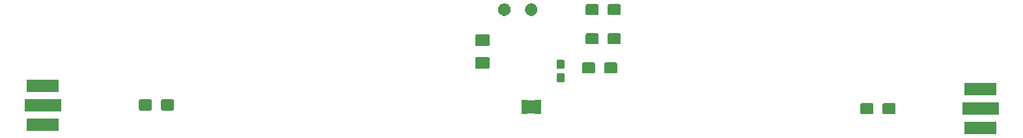
<source format=gbr>
G04 #@! TF.GenerationSoftware,KiCad,Pcbnew,5.1.2-f72e74a~84~ubuntu18.04.1*
G04 #@! TF.CreationDate,2019-09-24T12:52:55+02:00*
G04 #@! TF.ProjectId,matched_lna,6d617463-6865-4645-9f6c-6e612e6b6963,rev?*
G04 #@! TF.SameCoordinates,Original*
G04 #@! TF.FileFunction,Soldermask,Top*
G04 #@! TF.FilePolarity,Negative*
%FSLAX46Y46*%
G04 Gerber Fmt 4.6, Leading zero omitted, Abs format (unit mm)*
G04 Created by KiCad (PCBNEW 5.1.2-f72e74a~84~ubuntu18.04.1) date 2019-09-24 12:52:55*
%MOMM*%
%LPD*%
G04 APERTURE LIST*
%ADD10C,0.100000*%
G04 APERTURE END LIST*
D10*
G36*
X195121000Y-120431000D02*
G01*
X190959000Y-120431000D01*
X190959000Y-118809000D01*
X195121000Y-118809000D01*
X195121000Y-120431000D01*
X195121000Y-120431000D01*
G37*
G36*
X73201000Y-119991000D02*
G01*
X69039000Y-119991000D01*
X69039000Y-118369000D01*
X73201000Y-118369000D01*
X73201000Y-119991000D01*
X73201000Y-119991000D01*
G37*
G36*
X195391000Y-117891000D02*
G01*
X190689000Y-117891000D01*
X190689000Y-116269000D01*
X195391000Y-116269000D01*
X195391000Y-117891000D01*
X195391000Y-117891000D01*
G37*
G36*
X178952798Y-116368247D02*
G01*
X178988367Y-116379037D01*
X179021139Y-116396554D01*
X179049869Y-116420131D01*
X179073446Y-116448861D01*
X179090963Y-116481633D01*
X179101753Y-116517202D01*
X179106000Y-116560325D01*
X179106000Y-117619675D01*
X179101753Y-117662798D01*
X179090963Y-117698367D01*
X179073446Y-117731139D01*
X179049869Y-117759869D01*
X179021139Y-117783446D01*
X178988367Y-117800963D01*
X178952798Y-117811753D01*
X178909675Y-117816000D01*
X177625325Y-117816000D01*
X177582202Y-117811753D01*
X177546633Y-117800963D01*
X177513861Y-117783446D01*
X177485131Y-117759869D01*
X177461554Y-117731139D01*
X177444037Y-117698367D01*
X177433247Y-117662798D01*
X177429000Y-117619675D01*
X177429000Y-116560325D01*
X177433247Y-116517202D01*
X177444037Y-116481633D01*
X177461554Y-116448861D01*
X177485131Y-116420131D01*
X177513861Y-116396554D01*
X177546633Y-116379037D01*
X177582202Y-116368247D01*
X177625325Y-116364000D01*
X178909675Y-116364000D01*
X178952798Y-116368247D01*
X178952798Y-116368247D01*
G37*
G36*
X181827798Y-116368247D02*
G01*
X181863367Y-116379037D01*
X181896139Y-116396554D01*
X181924869Y-116420131D01*
X181948446Y-116448861D01*
X181965963Y-116481633D01*
X181976753Y-116517202D01*
X181981000Y-116560325D01*
X181981000Y-117619675D01*
X181976753Y-117662798D01*
X181965963Y-117698367D01*
X181948446Y-117731139D01*
X181924869Y-117759869D01*
X181896139Y-117783446D01*
X181863367Y-117800963D01*
X181827798Y-117811753D01*
X181784675Y-117816000D01*
X180500325Y-117816000D01*
X180457202Y-117811753D01*
X180421633Y-117800963D01*
X180388861Y-117783446D01*
X180360131Y-117759869D01*
X180336554Y-117731139D01*
X180319037Y-117698367D01*
X180308247Y-117662798D01*
X180304000Y-117619675D01*
X180304000Y-116560325D01*
X180308247Y-116517202D01*
X180319037Y-116481633D01*
X180336554Y-116448861D01*
X180360131Y-116420131D01*
X180388861Y-116396554D01*
X180421633Y-116379037D01*
X180457202Y-116368247D01*
X180500325Y-116364000D01*
X181784675Y-116364000D01*
X181827798Y-116368247D01*
X181827798Y-116368247D01*
G37*
G36*
X134130515Y-115911836D02*
G01*
X134142066Y-115933447D01*
X134157611Y-115952389D01*
X134176553Y-115967934D01*
X134198164Y-115979485D01*
X134221613Y-115986598D01*
X134245999Y-115989000D01*
X134994001Y-115989000D01*
X135018387Y-115986598D01*
X135041836Y-115979485D01*
X135063447Y-115967934D01*
X135082389Y-115952389D01*
X135097934Y-115933447D01*
X135109485Y-115911836D01*
X135116412Y-115889000D01*
X135891000Y-115889000D01*
X135891000Y-117791000D01*
X135116412Y-117791000D01*
X135109485Y-117768164D01*
X135097934Y-117746553D01*
X135082389Y-117727611D01*
X135063447Y-117712066D01*
X135041836Y-117700515D01*
X135018387Y-117693402D01*
X134994001Y-117691000D01*
X134245999Y-117691000D01*
X134221613Y-117693402D01*
X134198164Y-117700515D01*
X134176553Y-117712066D01*
X134157611Y-117727611D01*
X134142066Y-117746553D01*
X134130515Y-117768164D01*
X134123588Y-117791000D01*
X133349000Y-117791000D01*
X133349000Y-115889000D01*
X134123588Y-115889000D01*
X134130515Y-115911836D01*
X134130515Y-115911836D01*
G37*
G36*
X73471000Y-117451000D02*
G01*
X68769000Y-117451000D01*
X68769000Y-115829000D01*
X73471000Y-115829000D01*
X73471000Y-117451000D01*
X73471000Y-117451000D01*
G37*
G36*
X85140298Y-115868247D02*
G01*
X85175867Y-115879037D01*
X85208639Y-115896554D01*
X85237369Y-115920131D01*
X85260946Y-115948861D01*
X85278463Y-115981633D01*
X85289253Y-116017202D01*
X85293500Y-116060325D01*
X85293500Y-117119675D01*
X85289253Y-117162798D01*
X85278463Y-117198367D01*
X85260946Y-117231139D01*
X85237369Y-117259869D01*
X85208639Y-117283446D01*
X85175867Y-117300963D01*
X85140298Y-117311753D01*
X85097175Y-117316000D01*
X83812825Y-117316000D01*
X83769702Y-117311753D01*
X83734133Y-117300963D01*
X83701361Y-117283446D01*
X83672631Y-117259869D01*
X83649054Y-117231139D01*
X83631537Y-117198367D01*
X83620747Y-117162798D01*
X83616500Y-117119675D01*
X83616500Y-116060325D01*
X83620747Y-116017202D01*
X83631537Y-115981633D01*
X83649054Y-115948861D01*
X83672631Y-115920131D01*
X83701361Y-115896554D01*
X83734133Y-115879037D01*
X83769702Y-115868247D01*
X83812825Y-115864000D01*
X85097175Y-115864000D01*
X85140298Y-115868247D01*
X85140298Y-115868247D01*
G37*
G36*
X88015298Y-115868247D02*
G01*
X88050867Y-115879037D01*
X88083639Y-115896554D01*
X88112369Y-115920131D01*
X88135946Y-115948861D01*
X88153463Y-115981633D01*
X88164253Y-116017202D01*
X88168500Y-116060325D01*
X88168500Y-117119675D01*
X88164253Y-117162798D01*
X88153463Y-117198367D01*
X88135946Y-117231139D01*
X88112369Y-117259869D01*
X88083639Y-117283446D01*
X88050867Y-117300963D01*
X88015298Y-117311753D01*
X87972175Y-117316000D01*
X86687825Y-117316000D01*
X86644702Y-117311753D01*
X86609133Y-117300963D01*
X86576361Y-117283446D01*
X86547631Y-117259869D01*
X86524054Y-117231139D01*
X86506537Y-117198367D01*
X86495747Y-117162798D01*
X86491500Y-117119675D01*
X86491500Y-116060325D01*
X86495747Y-116017202D01*
X86506537Y-115981633D01*
X86524054Y-115948861D01*
X86547631Y-115920131D01*
X86576361Y-115896554D01*
X86609133Y-115879037D01*
X86644702Y-115868247D01*
X86687825Y-115864000D01*
X87972175Y-115864000D01*
X88015298Y-115868247D01*
X88015298Y-115868247D01*
G37*
G36*
X195121000Y-115351000D02*
G01*
X190959000Y-115351000D01*
X190959000Y-113729000D01*
X195121000Y-113729000D01*
X195121000Y-115351000D01*
X195121000Y-115351000D01*
G37*
G36*
X73201000Y-114911000D02*
G01*
X69039000Y-114911000D01*
X69039000Y-113289000D01*
X73201000Y-113289000D01*
X73201000Y-114911000D01*
X73201000Y-114911000D01*
G37*
G36*
X138794499Y-112458445D02*
G01*
X138831995Y-112469820D01*
X138866554Y-112488292D01*
X138896847Y-112513153D01*
X138921708Y-112543446D01*
X138940180Y-112578005D01*
X138951555Y-112615501D01*
X138956000Y-112660638D01*
X138956000Y-113399362D01*
X138951555Y-113444499D01*
X138940180Y-113481995D01*
X138921708Y-113516554D01*
X138896847Y-113546847D01*
X138866554Y-113571708D01*
X138831995Y-113590180D01*
X138794499Y-113601555D01*
X138749362Y-113606000D01*
X138110638Y-113606000D01*
X138065501Y-113601555D01*
X138028005Y-113590180D01*
X137993446Y-113571708D01*
X137963153Y-113546847D01*
X137938292Y-113516554D01*
X137919820Y-113481995D01*
X137908445Y-113444499D01*
X137904000Y-113399362D01*
X137904000Y-112660638D01*
X137908445Y-112615501D01*
X137919820Y-112578005D01*
X137938292Y-112543446D01*
X137963153Y-112513153D01*
X137993446Y-112488292D01*
X138028005Y-112469820D01*
X138065501Y-112458445D01*
X138110638Y-112454000D01*
X138749362Y-112454000D01*
X138794499Y-112458445D01*
X138794499Y-112458445D01*
G37*
G36*
X145632798Y-111038247D02*
G01*
X145668367Y-111049037D01*
X145701139Y-111066554D01*
X145729869Y-111090131D01*
X145753446Y-111118861D01*
X145770963Y-111151633D01*
X145781753Y-111187202D01*
X145786000Y-111230325D01*
X145786000Y-112289675D01*
X145781753Y-112332798D01*
X145770963Y-112368367D01*
X145753446Y-112401139D01*
X145729869Y-112429869D01*
X145701139Y-112453446D01*
X145668367Y-112470963D01*
X145632798Y-112481753D01*
X145589675Y-112486000D01*
X144305325Y-112486000D01*
X144262202Y-112481753D01*
X144226633Y-112470963D01*
X144193861Y-112453446D01*
X144165131Y-112429869D01*
X144141554Y-112401139D01*
X144124037Y-112368367D01*
X144113247Y-112332798D01*
X144109000Y-112289675D01*
X144109000Y-111230325D01*
X144113247Y-111187202D01*
X144124037Y-111151633D01*
X144141554Y-111118861D01*
X144165131Y-111090131D01*
X144193861Y-111066554D01*
X144226633Y-111049037D01*
X144262202Y-111038247D01*
X144305325Y-111034000D01*
X145589675Y-111034000D01*
X145632798Y-111038247D01*
X145632798Y-111038247D01*
G37*
G36*
X142757798Y-111038247D02*
G01*
X142793367Y-111049037D01*
X142826139Y-111066554D01*
X142854869Y-111090131D01*
X142878446Y-111118861D01*
X142895963Y-111151633D01*
X142906753Y-111187202D01*
X142911000Y-111230325D01*
X142911000Y-112289675D01*
X142906753Y-112332798D01*
X142895963Y-112368367D01*
X142878446Y-112401139D01*
X142854869Y-112429869D01*
X142826139Y-112453446D01*
X142793367Y-112470963D01*
X142757798Y-112481753D01*
X142714675Y-112486000D01*
X141430325Y-112486000D01*
X141387202Y-112481753D01*
X141351633Y-112470963D01*
X141318861Y-112453446D01*
X141290131Y-112429869D01*
X141266554Y-112401139D01*
X141249037Y-112368367D01*
X141238247Y-112332798D01*
X141234000Y-112289675D01*
X141234000Y-111230325D01*
X141238247Y-111187202D01*
X141249037Y-111151633D01*
X141266554Y-111118861D01*
X141290131Y-111090131D01*
X141318861Y-111066554D01*
X141351633Y-111049037D01*
X141387202Y-111038247D01*
X141430325Y-111034000D01*
X142714675Y-111034000D01*
X142757798Y-111038247D01*
X142757798Y-111038247D01*
G37*
G36*
X129045562Y-110343181D02*
G01*
X129080481Y-110353774D01*
X129112663Y-110370976D01*
X129140873Y-110394127D01*
X129164024Y-110422337D01*
X129181226Y-110454519D01*
X129191819Y-110489438D01*
X129196000Y-110531895D01*
X129196000Y-111673105D01*
X129191819Y-111715562D01*
X129181226Y-111750481D01*
X129164024Y-111782663D01*
X129140873Y-111810873D01*
X129112663Y-111834024D01*
X129080481Y-111851226D01*
X129045562Y-111861819D01*
X129003105Y-111866000D01*
X127536895Y-111866000D01*
X127494438Y-111861819D01*
X127459519Y-111851226D01*
X127427337Y-111834024D01*
X127399127Y-111810873D01*
X127375976Y-111782663D01*
X127358774Y-111750481D01*
X127348181Y-111715562D01*
X127344000Y-111673105D01*
X127344000Y-110531895D01*
X127348181Y-110489438D01*
X127358774Y-110454519D01*
X127375976Y-110422337D01*
X127399127Y-110394127D01*
X127427337Y-110370976D01*
X127459519Y-110353774D01*
X127494438Y-110343181D01*
X127536895Y-110339000D01*
X129003105Y-110339000D01*
X129045562Y-110343181D01*
X129045562Y-110343181D01*
G37*
G36*
X138794499Y-110708445D02*
G01*
X138831995Y-110719820D01*
X138866554Y-110738292D01*
X138896847Y-110763153D01*
X138921708Y-110793446D01*
X138940180Y-110828005D01*
X138951555Y-110865501D01*
X138956000Y-110910638D01*
X138956000Y-111649362D01*
X138951555Y-111694499D01*
X138940180Y-111731995D01*
X138921708Y-111766554D01*
X138896847Y-111796847D01*
X138866554Y-111821708D01*
X138831995Y-111840180D01*
X138794499Y-111851555D01*
X138749362Y-111856000D01*
X138110638Y-111856000D01*
X138065501Y-111851555D01*
X138028005Y-111840180D01*
X137993446Y-111821708D01*
X137963153Y-111796847D01*
X137938292Y-111766554D01*
X137919820Y-111731995D01*
X137908445Y-111694499D01*
X137904000Y-111649362D01*
X137904000Y-110910638D01*
X137908445Y-110865501D01*
X137919820Y-110828005D01*
X137938292Y-110793446D01*
X137963153Y-110763153D01*
X137993446Y-110738292D01*
X138028005Y-110719820D01*
X138065501Y-110708445D01*
X138110638Y-110704000D01*
X138749362Y-110704000D01*
X138794499Y-110708445D01*
X138794499Y-110708445D01*
G37*
G36*
X129045562Y-107368181D02*
G01*
X129080481Y-107378774D01*
X129112663Y-107395976D01*
X129140873Y-107419127D01*
X129164024Y-107447337D01*
X129181226Y-107479519D01*
X129191819Y-107514438D01*
X129196000Y-107556895D01*
X129196000Y-108698105D01*
X129191819Y-108740562D01*
X129181226Y-108775481D01*
X129164024Y-108807663D01*
X129140873Y-108835873D01*
X129112663Y-108859024D01*
X129080481Y-108876226D01*
X129045562Y-108886819D01*
X129003105Y-108891000D01*
X127536895Y-108891000D01*
X127494438Y-108886819D01*
X127459519Y-108876226D01*
X127427337Y-108859024D01*
X127399127Y-108835873D01*
X127375976Y-108807663D01*
X127358774Y-108775481D01*
X127348181Y-108740562D01*
X127344000Y-108698105D01*
X127344000Y-107556895D01*
X127348181Y-107514438D01*
X127358774Y-107479519D01*
X127375976Y-107447337D01*
X127399127Y-107419127D01*
X127427337Y-107395976D01*
X127459519Y-107378774D01*
X127494438Y-107368181D01*
X127536895Y-107364000D01*
X129003105Y-107364000D01*
X129045562Y-107368181D01*
X129045562Y-107368181D01*
G37*
G36*
X146102798Y-107228247D02*
G01*
X146138367Y-107239037D01*
X146171139Y-107256554D01*
X146199869Y-107280131D01*
X146223446Y-107308861D01*
X146240963Y-107341633D01*
X146251753Y-107377202D01*
X146256000Y-107420325D01*
X146256000Y-108479675D01*
X146251753Y-108522798D01*
X146240963Y-108558367D01*
X146223446Y-108591139D01*
X146199869Y-108619869D01*
X146171139Y-108643446D01*
X146138367Y-108660963D01*
X146102798Y-108671753D01*
X146059675Y-108676000D01*
X144775325Y-108676000D01*
X144732202Y-108671753D01*
X144696633Y-108660963D01*
X144663861Y-108643446D01*
X144635131Y-108619869D01*
X144611554Y-108591139D01*
X144594037Y-108558367D01*
X144583247Y-108522798D01*
X144579000Y-108479675D01*
X144579000Y-107420325D01*
X144583247Y-107377202D01*
X144594037Y-107341633D01*
X144611554Y-107308861D01*
X144635131Y-107280131D01*
X144663861Y-107256554D01*
X144696633Y-107239037D01*
X144732202Y-107228247D01*
X144775325Y-107224000D01*
X146059675Y-107224000D01*
X146102798Y-107228247D01*
X146102798Y-107228247D01*
G37*
G36*
X143227798Y-107228247D02*
G01*
X143263367Y-107239037D01*
X143296139Y-107256554D01*
X143324869Y-107280131D01*
X143348446Y-107308861D01*
X143365963Y-107341633D01*
X143376753Y-107377202D01*
X143381000Y-107420325D01*
X143381000Y-108479675D01*
X143376753Y-108522798D01*
X143365963Y-108558367D01*
X143348446Y-108591139D01*
X143324869Y-108619869D01*
X143296139Y-108643446D01*
X143263367Y-108660963D01*
X143227798Y-108671753D01*
X143184675Y-108676000D01*
X141900325Y-108676000D01*
X141857202Y-108671753D01*
X141821633Y-108660963D01*
X141788861Y-108643446D01*
X141760131Y-108619869D01*
X141736554Y-108591139D01*
X141719037Y-108558367D01*
X141708247Y-108522798D01*
X141704000Y-108479675D01*
X141704000Y-107420325D01*
X141708247Y-107377202D01*
X141719037Y-107341633D01*
X141736554Y-107308861D01*
X141760131Y-107280131D01*
X141788861Y-107256554D01*
X141821633Y-107239037D01*
X141857202Y-107228247D01*
X141900325Y-107224000D01*
X143184675Y-107224000D01*
X143227798Y-107228247D01*
X143227798Y-107228247D01*
G37*
G36*
X131357142Y-103358242D02*
G01*
X131505101Y-103419529D01*
X131638255Y-103508499D01*
X131751501Y-103621745D01*
X131840471Y-103754899D01*
X131901758Y-103902858D01*
X131933000Y-104059925D01*
X131933000Y-104220075D01*
X131901758Y-104377142D01*
X131840471Y-104525101D01*
X131751501Y-104658255D01*
X131638255Y-104771501D01*
X131505101Y-104860471D01*
X131357142Y-104921758D01*
X131200075Y-104953000D01*
X131039925Y-104953000D01*
X130882858Y-104921758D01*
X130734899Y-104860471D01*
X130601745Y-104771501D01*
X130488499Y-104658255D01*
X130399529Y-104525101D01*
X130338242Y-104377142D01*
X130307000Y-104220075D01*
X130307000Y-104059925D01*
X130338242Y-103902858D01*
X130399529Y-103754899D01*
X130488499Y-103621745D01*
X130601745Y-103508499D01*
X130734899Y-103419529D01*
X130882858Y-103358242D01*
X131039925Y-103327000D01*
X131200075Y-103327000D01*
X131357142Y-103358242D01*
X131357142Y-103358242D01*
G37*
G36*
X134857142Y-103358242D02*
G01*
X135005101Y-103419529D01*
X135138255Y-103508499D01*
X135251501Y-103621745D01*
X135340471Y-103754899D01*
X135401758Y-103902858D01*
X135433000Y-104059925D01*
X135433000Y-104220075D01*
X135401758Y-104377142D01*
X135340471Y-104525101D01*
X135251501Y-104658255D01*
X135138255Y-104771501D01*
X135005101Y-104860471D01*
X134857142Y-104921758D01*
X134700075Y-104953000D01*
X134539925Y-104953000D01*
X134382858Y-104921758D01*
X134234899Y-104860471D01*
X134101745Y-104771501D01*
X133988499Y-104658255D01*
X133899529Y-104525101D01*
X133838242Y-104377142D01*
X133807000Y-104220075D01*
X133807000Y-104059925D01*
X133838242Y-103902858D01*
X133899529Y-103754899D01*
X133988499Y-103621745D01*
X134101745Y-103508499D01*
X134234899Y-103419529D01*
X134382858Y-103358242D01*
X134539925Y-103327000D01*
X134700075Y-103327000D01*
X134857142Y-103358242D01*
X134857142Y-103358242D01*
G37*
G36*
X146102798Y-103418247D02*
G01*
X146138367Y-103429037D01*
X146171139Y-103446554D01*
X146199869Y-103470131D01*
X146223446Y-103498861D01*
X146240963Y-103531633D01*
X146251753Y-103567202D01*
X146256000Y-103610325D01*
X146256000Y-104669675D01*
X146251753Y-104712798D01*
X146240963Y-104748367D01*
X146223446Y-104781139D01*
X146199869Y-104809869D01*
X146171139Y-104833446D01*
X146138367Y-104850963D01*
X146102798Y-104861753D01*
X146059675Y-104866000D01*
X144775325Y-104866000D01*
X144732202Y-104861753D01*
X144696633Y-104850963D01*
X144663861Y-104833446D01*
X144635131Y-104809869D01*
X144611554Y-104781139D01*
X144594037Y-104748367D01*
X144583247Y-104712798D01*
X144579000Y-104669675D01*
X144579000Y-103610325D01*
X144583247Y-103567202D01*
X144594037Y-103531633D01*
X144611554Y-103498861D01*
X144635131Y-103470131D01*
X144663861Y-103446554D01*
X144696633Y-103429037D01*
X144732202Y-103418247D01*
X144775325Y-103414000D01*
X146059675Y-103414000D01*
X146102798Y-103418247D01*
X146102798Y-103418247D01*
G37*
G36*
X143227798Y-103418247D02*
G01*
X143263367Y-103429037D01*
X143296139Y-103446554D01*
X143324869Y-103470131D01*
X143348446Y-103498861D01*
X143365963Y-103531633D01*
X143376753Y-103567202D01*
X143381000Y-103610325D01*
X143381000Y-104669675D01*
X143376753Y-104712798D01*
X143365963Y-104748367D01*
X143348446Y-104781139D01*
X143324869Y-104809869D01*
X143296139Y-104833446D01*
X143263367Y-104850963D01*
X143227798Y-104861753D01*
X143184675Y-104866000D01*
X141900325Y-104866000D01*
X141857202Y-104861753D01*
X141821633Y-104850963D01*
X141788861Y-104833446D01*
X141760131Y-104809869D01*
X141736554Y-104781139D01*
X141719037Y-104748367D01*
X141708247Y-104712798D01*
X141704000Y-104669675D01*
X141704000Y-103610325D01*
X141708247Y-103567202D01*
X141719037Y-103531633D01*
X141736554Y-103498861D01*
X141760131Y-103470131D01*
X141788861Y-103446554D01*
X141821633Y-103429037D01*
X141857202Y-103418247D01*
X141900325Y-103414000D01*
X143184675Y-103414000D01*
X143227798Y-103418247D01*
X143227798Y-103418247D01*
G37*
M02*

</source>
